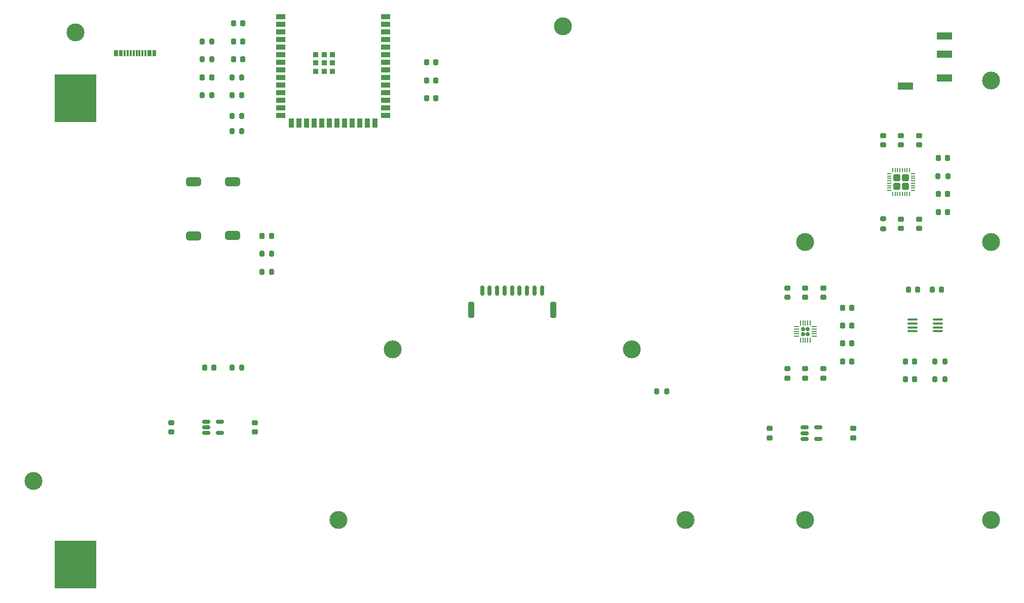
<source format=gbr>
%TF.GenerationSoftware,KiCad,Pcbnew,8.0.6*%
%TF.CreationDate,2024-10-30T23:15:20-04:00*%
%TF.ProjectId,live-caption-badge,6c697665-2d63-4617-9074-696f6e2d6261,rev?*%
%TF.SameCoordinates,Original*%
%TF.FileFunction,Paste,Top*%
%TF.FilePolarity,Positive*%
%FSLAX46Y46*%
G04 Gerber Fmt 4.6, Leading zero omitted, Abs format (unit mm)*
G04 Created by KiCad (PCBNEW 8.0.6) date 2024-10-30 23:15:20*
%MOMM*%
%LPD*%
G01*
G04 APERTURE LIST*
G04 Aperture macros list*
%AMRoundRect*
0 Rectangle with rounded corners*
0 $1 Rounding radius*
0 $2 $3 $4 $5 $6 $7 $8 $9 X,Y pos of 4 corners*
0 Add a 4 corners polygon primitive as box body*
4,1,4,$2,$3,$4,$5,$6,$7,$8,$9,$2,$3,0*
0 Add four circle primitives for the rounded corners*
1,1,$1+$1,$2,$3*
1,1,$1+$1,$4,$5*
1,1,$1+$1,$6,$7*
1,1,$1+$1,$8,$9*
0 Add four rect primitives between the rounded corners*
20,1,$1+$1,$2,$3,$4,$5,0*
20,1,$1+$1,$4,$5,$6,$7,0*
20,1,$1+$1,$6,$7,$8,$9,0*
20,1,$1+$1,$8,$9,$2,$3,0*%
G04 Aperture macros list end*
%ADD10R,7.000000X8.000000*%
%ADD11RoundRect,0.200000X-0.200000X-0.275000X0.200000X-0.275000X0.200000X0.275000X-0.200000X0.275000X0*%
%ADD12RoundRect,0.200000X0.200000X0.275000X-0.200000X0.275000X-0.200000X-0.275000X0.200000X-0.275000X0*%
%ADD13C,3.000000*%
%ADD14RoundRect,0.250000X-0.250000X-1.100000X0.250000X-1.100000X0.250000X1.100000X-0.250000X1.100000X0*%
%ADD15RoundRect,0.150000X-0.150000X-0.700000X0.150000X-0.700000X0.150000X0.700000X-0.150000X0.700000X0*%
%ADD16R,0.300000X1.100000*%
%ADD17RoundRect,0.225000X-0.250000X0.225000X-0.250000X-0.225000X0.250000X-0.225000X0.250000X0.225000X0*%
%ADD18RoundRect,0.225000X-0.225000X-0.250000X0.225000X-0.250000X0.225000X0.250000X-0.225000X0.250000X0*%
%ADD19RoundRect,0.225000X0.225000X0.250000X-0.225000X0.250000X-0.225000X-0.250000X0.225000X-0.250000X0*%
%ADD20RoundRect,0.225000X0.250000X-0.225000X0.250000X0.225000X-0.250000X0.225000X-0.250000X-0.225000X0*%
%ADD21RoundRect,0.250000X-0.335000X-0.335000X0.335000X-0.335000X0.335000X0.335000X-0.335000X0.335000X0*%
%ADD22RoundRect,0.050000X-0.300000X-0.050000X0.300000X-0.050000X0.300000X0.050000X-0.300000X0.050000X0*%
%ADD23RoundRect,0.050000X-0.050000X-0.300000X0.050000X-0.300000X0.050000X0.300000X-0.050000X0.300000X0*%
%ADD24RoundRect,0.100000X-0.712500X-0.100000X0.712500X-0.100000X0.712500X0.100000X-0.712500X0.100000X0*%
%ADD25R,2.500000X1.200000*%
%ADD26RoundRect,0.167500X-0.167500X-0.167500X0.167500X-0.167500X0.167500X0.167500X-0.167500X0.167500X0*%
%ADD27RoundRect,0.050000X-0.375000X-0.050000X0.375000X-0.050000X0.375000X0.050000X-0.375000X0.050000X0*%
%ADD28RoundRect,0.050000X-0.050000X-0.375000X0.050000X-0.375000X0.050000X0.375000X-0.050000X0.375000X0*%
%ADD29R,0.900000X0.900000*%
%ADD30R,1.500000X0.900000*%
%ADD31R,0.900000X1.500000*%
%ADD32RoundRect,0.375000X-0.875000X-0.375000X0.875000X-0.375000X0.875000X0.375000X-0.875000X0.375000X0*%
%ADD33RoundRect,0.362500X-0.887500X-0.362500X0.887500X-0.362500X0.887500X0.362500X-0.887500X0.362500X0*%
%ADD34RoundRect,0.218750X0.218750X0.256250X-0.218750X0.256250X-0.218750X-0.256250X0.218750X-0.256250X0*%
%ADD35RoundRect,0.150000X-0.512500X-0.150000X0.512500X-0.150000X0.512500X0.150000X-0.512500X0.150000X0*%
%ADD36RoundRect,0.200000X0.275000X-0.200000X0.275000X0.200000X-0.275000X0.200000X-0.275000X-0.200000X0*%
G04 APERTURE END LIST*
D10*
%TO.C,BT1*%
X42000000Y-46000000D03*
X42000000Y-124000000D03*
%TD*%
D11*
%TO.C,R16*%
X73175000Y-72000000D03*
X74825000Y-72000000D03*
%TD*%
D12*
%TO.C,R15*%
X74825000Y-75000000D03*
X73175000Y-75000000D03*
%TD*%
D13*
%TO.C,REF\u002A\u002A*%
X164000000Y-116500000D03*
%TD*%
%TO.C,REF\u002A\u002A*%
X195000000Y-70000000D03*
%TD*%
%TO.C,REF\u002A\u002A*%
X123500000Y-34000000D03*
%TD*%
%TO.C,REF\u002A\u002A*%
X86000000Y-116500000D03*
%TD*%
%TO.C,REF\u002A\u002A*%
X144000000Y-116500000D03*
%TD*%
%TO.C,REF\u002A\u002A*%
X135000000Y-88000000D03*
%TD*%
%TO.C,REF\u002A\u002A*%
X95000000Y-88000000D03*
%TD*%
%TO.C,REF\u002A\u002A*%
X195000000Y-116500000D03*
%TD*%
%TO.C,REF\u002A\u002A*%
X164000000Y-70000000D03*
%TD*%
%TO.C,REF\u002A\u002A*%
X195000000Y-43000000D03*
%TD*%
%TO.C,REF\u002A\u002A*%
X42000000Y-35000000D03*
%TD*%
%TO.C,REF\u002A\u002A*%
X35000000Y-110000000D03*
%TD*%
D14*
%TO.C,J1*%
X108150000Y-81350000D03*
X121850000Y-81350000D03*
D15*
X110000000Y-78150000D03*
X111250000Y-78150000D03*
X112500000Y-78150000D03*
X113750000Y-78150000D03*
X115000000Y-78150000D03*
X116250000Y-78150000D03*
X117500000Y-78150000D03*
X118750000Y-78150000D03*
X120000000Y-78150000D03*
%TD*%
D16*
%TO.C,J5*%
X48950000Y-38475000D03*
X49750000Y-38475000D03*
X54250000Y-38475000D03*
X55050000Y-38475000D03*
X55350000Y-38475000D03*
X54550000Y-38475000D03*
X53250000Y-38475000D03*
X52250000Y-38475000D03*
X51750000Y-38475000D03*
X50750000Y-38475000D03*
X49450000Y-38475000D03*
X48650000Y-38475000D03*
X50250000Y-38475000D03*
X51250000Y-38475000D03*
X52750000Y-38475000D03*
X53750000Y-38475000D03*
%TD*%
D12*
%TO.C,R6*%
X68175000Y-91000000D03*
X69825000Y-91000000D03*
%TD*%
D17*
%TO.C,C10*%
X172000000Y-101225000D03*
X172000000Y-102775000D03*
%TD*%
D18*
%TO.C,C12*%
X100725000Y-43000000D03*
X102275000Y-43000000D03*
%TD*%
%TO.C,C28*%
X186225000Y-62000000D03*
X187775000Y-62000000D03*
%TD*%
D19*
%TO.C,C4*%
X64775000Y-42500000D03*
X63225000Y-42500000D03*
%TD*%
%TO.C,C2*%
X70000000Y-36500000D03*
X68450000Y-36500000D03*
%TD*%
D18*
%TO.C,C32*%
X181225000Y-78000000D03*
X182775000Y-78000000D03*
%TD*%
D17*
%TO.C,C18*%
X180000000Y-66225000D03*
X180000000Y-67775000D03*
%TD*%
%TO.C,C15*%
X164000000Y-91225000D03*
X164000000Y-92775000D03*
%TD*%
D11*
%TO.C,R1*%
X68175000Y-42500000D03*
X69825000Y-42500000D03*
%TD*%
D20*
%TO.C,C26*%
X167000000Y-79275000D03*
X167000000Y-77725000D03*
%TD*%
D11*
%TO.C,R3*%
X63175000Y-45500000D03*
X64825000Y-45500000D03*
%TD*%
%TO.C,R14*%
X68175000Y-51500000D03*
X69825000Y-51500000D03*
%TD*%
D18*
%TO.C,C23*%
X170225000Y-84000000D03*
X171775000Y-84000000D03*
%TD*%
D21*
%TO.C,U4*%
X179275000Y-59275000D03*
X179275000Y-60725000D03*
X180725000Y-59275000D03*
X180725000Y-60725000D03*
D22*
X178000000Y-58600000D03*
X178000000Y-59000000D03*
X178000000Y-59400000D03*
X178000000Y-59800000D03*
X178000000Y-60200000D03*
X178000000Y-60600000D03*
X178000000Y-61000000D03*
X178000000Y-61400000D03*
D23*
X178600000Y-62000000D03*
X179000000Y-62000000D03*
X179400000Y-62000000D03*
X179800000Y-62000000D03*
X180200000Y-62000000D03*
X180600000Y-62000000D03*
X181000000Y-62000000D03*
X181400000Y-62000000D03*
D22*
X182000000Y-61400000D03*
X182000000Y-61000000D03*
X182000000Y-60600000D03*
X182000000Y-60200000D03*
X182000000Y-59800000D03*
X182000000Y-59400000D03*
X182000000Y-59000000D03*
X182000000Y-58600000D03*
D23*
X181400000Y-58000000D03*
X181000000Y-58000000D03*
X180600000Y-58000000D03*
X180200000Y-58000000D03*
X179800000Y-58000000D03*
X179400000Y-58000000D03*
X179000000Y-58000000D03*
X178600000Y-58000000D03*
%TD*%
D20*
%TO.C,C30*%
X177000000Y-53775000D03*
X177000000Y-52225000D03*
%TD*%
D24*
%TO.C,U6*%
X181887500Y-83025000D03*
X181887500Y-83675000D03*
X181887500Y-84325000D03*
X181887500Y-84975000D03*
X186112500Y-84975000D03*
X186112500Y-84325000D03*
X186112500Y-83675000D03*
X186112500Y-83025000D03*
%TD*%
D17*
%TO.C,C17*%
X183000000Y-66225000D03*
X183000000Y-67775000D03*
%TD*%
D25*
%TO.C,J4*%
X187250000Y-42600000D03*
X187250000Y-38600000D03*
X187250000Y-35600000D03*
X180750000Y-44000000D03*
%TD*%
D18*
%TO.C,C27*%
X186225000Y-65000000D03*
X187775000Y-65000000D03*
%TD*%
D12*
%TO.C,R4*%
X64825000Y-39500000D03*
X63175000Y-39500000D03*
%TD*%
D18*
%TO.C,C35*%
X180725000Y-90000000D03*
X182275000Y-90000000D03*
%TD*%
D20*
%TO.C,C29*%
X180000000Y-53775000D03*
X180000000Y-52225000D03*
%TD*%
D18*
%TO.C,C21*%
X186225000Y-56000000D03*
X187775000Y-56000000D03*
%TD*%
%TO.C,C19*%
X170225000Y-90000000D03*
X171775000Y-90000000D03*
%TD*%
D26*
%TO.C,U5*%
X163590000Y-84590000D03*
X163590000Y-85410000D03*
X164410000Y-84590000D03*
X164410000Y-85410000D03*
D27*
X162550000Y-84200000D03*
X162550000Y-84600000D03*
X162550000Y-85000000D03*
X162550000Y-85400000D03*
X162550000Y-85800000D03*
D28*
X163200000Y-86450000D03*
X163600000Y-86450000D03*
X164000000Y-86450000D03*
X164400000Y-86450000D03*
X164800000Y-86450000D03*
D27*
X165450000Y-85800000D03*
X165450000Y-85400000D03*
X165450000Y-85000000D03*
X165450000Y-84600000D03*
X165450000Y-84200000D03*
D28*
X164800000Y-83550000D03*
X164400000Y-83550000D03*
X164000000Y-83550000D03*
X163600000Y-83550000D03*
X163200000Y-83550000D03*
%TD*%
D20*
%TO.C,C24*%
X161000000Y-79275000D03*
X161000000Y-77725000D03*
%TD*%
D18*
%TO.C,C13*%
X100725000Y-40000000D03*
X102275000Y-40000000D03*
%TD*%
D29*
%TO.C,U1*%
X82200000Y-38700000D03*
X82200000Y-40100000D03*
X82200000Y-41500000D03*
X83600000Y-38700000D03*
X83600000Y-40100000D03*
X83600000Y-41500000D03*
X85000000Y-38700000D03*
X85000000Y-40100000D03*
X85000000Y-41500000D03*
D30*
X76350000Y-32380000D03*
X76350000Y-33650000D03*
X76350000Y-34920000D03*
X76350000Y-36190000D03*
X76350000Y-37460000D03*
X76350000Y-38730000D03*
X76350000Y-40000000D03*
X76350000Y-41270000D03*
X76350000Y-42540000D03*
X76350000Y-43810000D03*
X76350000Y-45080000D03*
X76350000Y-46350000D03*
X76350000Y-47620000D03*
X76350000Y-48890000D03*
D31*
X78115000Y-50140000D03*
X79385000Y-50140000D03*
X80655000Y-50140000D03*
X81925000Y-50140000D03*
X83195000Y-50140000D03*
X84465000Y-50140000D03*
X85735000Y-50140000D03*
X87005000Y-50140000D03*
X88275000Y-50140000D03*
X89545000Y-50140000D03*
X90815000Y-50140000D03*
X92085000Y-50140000D03*
D30*
X93850000Y-48890000D03*
X93850000Y-47620000D03*
X93850000Y-46350000D03*
X93850000Y-45080000D03*
X93850000Y-43810000D03*
X93850000Y-42540000D03*
X93850000Y-41270000D03*
X93850000Y-40000000D03*
X93850000Y-38730000D03*
X93850000Y-37460000D03*
X93850000Y-36190000D03*
X93850000Y-34920000D03*
X93850000Y-33650000D03*
X93850000Y-32380000D03*
%TD*%
D20*
%TO.C,C31*%
X183000000Y-53775000D03*
X183000000Y-52225000D03*
%TD*%
D18*
%TO.C,C34*%
X180725000Y-93000000D03*
X182275000Y-93000000D03*
%TD*%
D11*
%TO.C,R10*%
X186175000Y-59000000D03*
X187825000Y-59000000D03*
%TD*%
%TO.C,R12*%
X185675000Y-90000000D03*
X187325000Y-90000000D03*
%TD*%
D17*
%TO.C,C7*%
X58000000Y-101775000D03*
X58000000Y-100225000D03*
%TD*%
%TO.C,C14*%
X167000000Y-91225000D03*
X167000000Y-92775000D03*
%TD*%
D19*
%TO.C,C3*%
X70000000Y-39500000D03*
X68450000Y-39500000D03*
%TD*%
%TO.C,C1*%
X70000000Y-33500000D03*
X68450000Y-33500000D03*
%TD*%
D11*
%TO.C,R8*%
X139175000Y-95000000D03*
X140825000Y-95000000D03*
%TD*%
D17*
%TO.C,C16*%
X160980000Y-91225000D03*
X160980000Y-92775000D03*
%TD*%
%TO.C,C8*%
X72000000Y-101775000D03*
X72000000Y-100225000D03*
%TD*%
D18*
%TO.C,C22*%
X170225000Y-87000000D03*
X171775000Y-87000000D03*
%TD*%
%TO.C,C11*%
X100725000Y-46000000D03*
X102275000Y-46000000D03*
%TD*%
D20*
%TO.C,C25*%
X164000000Y-79275000D03*
X164000000Y-77725000D03*
%TD*%
D18*
%TO.C,C5*%
X74775000Y-69000000D03*
X73225000Y-69000000D03*
%TD*%
D11*
%TO.C,R2*%
X68175000Y-45500000D03*
X69825000Y-45500000D03*
%TD*%
%TO.C,R13*%
X68175000Y-48990000D03*
X69825000Y-48990000D03*
%TD*%
%TO.C,R11*%
X185675000Y-93000000D03*
X187325000Y-93000000D03*
%TD*%
D18*
%TO.C,C33*%
X185225000Y-78000000D03*
X186775000Y-78000000D03*
%TD*%
D32*
%TO.C,SW2*%
X61750000Y-60000000D03*
D33*
X68250000Y-59975000D03*
%TD*%
D34*
%TO.C,D1*%
X63612500Y-91000000D03*
X65187500Y-91000000D03*
%TD*%
D32*
%TO.C,SW6*%
X61750000Y-69000000D03*
D33*
X68250000Y-68975000D03*
%TD*%
D35*
%TO.C,U3*%
X163862500Y-101050000D03*
X163862500Y-102000000D03*
X163862500Y-102950000D03*
X166137500Y-102950000D03*
X166137500Y-101050000D03*
%TD*%
D18*
%TO.C,C20*%
X170225000Y-81000000D03*
X171775000Y-81000000D03*
%TD*%
D12*
%TO.C,R5*%
X64825000Y-36500000D03*
X63175000Y-36500000D03*
%TD*%
D36*
%TO.C,R9*%
X177000000Y-67825000D03*
X177000000Y-66175000D03*
%TD*%
D17*
%TO.C,C9*%
X158000000Y-101225000D03*
X158000000Y-102775000D03*
%TD*%
D35*
%TO.C,U2*%
X66137500Y-100050000D03*
X66137500Y-101950000D03*
X63862500Y-101950000D03*
X63862500Y-101000000D03*
X63862500Y-100050000D03*
%TD*%
M02*

</source>
